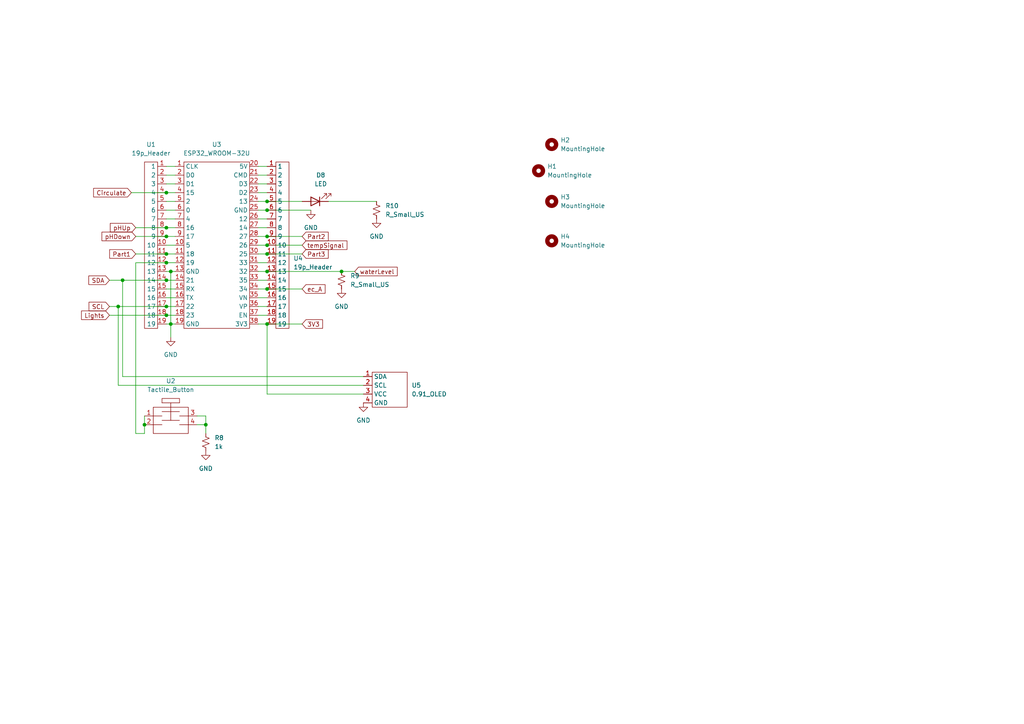
<source format=kicad_sch>
(kicad_sch (version 20211123) (generator eeschema)
  (paper "A4")
  (lib_symbols
    (symbol "Device:LED" (pin_numbers hide) (pin_names (offset 1.016) hide)
      (property "Reference" "D" (at 0 2.54 0))
      (property "Value" "LED" (at 0 -2.54 0))
      (symbol "LED_0_1"
        (polyline (pts (xy -1.27 -1.27) (xy -1.27 1.27)) (stroke (width 0.254)))
        (polyline (pts (xy -1.27 0) (xy 1.27 0)))
        (polyline (pts (xy 1.27 -1.27) (xy 1.27 1.27) (xy -1.27 0) (xy 1.27 -1.27)) (stroke (width 0.254)))
        (polyline (pts (xy -3.048 -0.762) (xy -4.572 -2.286) (xy -3.81 -2.286) (xy -4.572 -2.286) (xy -4.572 -1.524)))
        (polyline (pts (xy -1.778 -0.762) (xy -3.302 -2.286) (xy -2.54 -2.286) (xy -3.302 -2.286) (xy -3.302 -1.524)))
      )
      (symbol "LED_1_1"
        (pin passive line (at -3.81 0 0) (length 2.54) (name "K") (number "1"))
        (pin passive line (at 3.81 0 180) (length 2.54) (name "A") (number "2"))
      )
    )
    (symbol "Device:R_Small_US" (pin_numbers hide) (pin_names (offset 0.254) hide)
      (property "Reference" "R" (at 0.762 0.508 0))
      (property "Value" "R_Small_US" (at 0.762 -1.016 0))
      (symbol "R_Small_US_1_1"
        (polyline (pts (xy 0 0) (xy 1.016 -0.381) (xy 0 -0.762) (xy -1.016 -1.143) (xy 0 -1.524)))
        (polyline (pts (xy 0 1.524) (xy 1.016 1.143) (xy 0 0.762) (xy -1.016 0.381) (xy 0 0)))
        (pin passive line (at 0 2.54 270) (length 1.016) (name "~") (number "1"))
        (pin passive line (at 0 -2.54 90) (length 1.016) (name "~") (number "2"))
      )
    )
    (symbol "Hydro_Library:0.91_OLED"
      (property "Reference" "U" (at 0 11.43 0))
      (property "Value" "0.91_OLED" (at 0 6.35 0))
      (symbol "0.91_OLED_0_1"
        (rectangle (start -5.08 5.08) (end 5.08 -5.08))
      )
      (symbol "0.91_OLED_1_1"
        (pin input line (at -7.62 3.81 0) (length 2.54) (name "SDA") (number "1"))
        (pin input line (at -7.62 1.27 0) (length 2.54) (name "SCL") (number "2"))
        (pin input line (at -7.62 -1.27 0) (length 2.54) (name "VCC") (number "3"))
        (pin input line (at -7.62 -3.81 0) (length 2.54) (name "GND") (number "4"))
      )
    )
    (symbol "Hydro_Library:19p_Header"
      (property "Reference" "U" (at -3.81 2.54 0))
      (property "Value" "19p_Header" (at 1.27 0 0))
      (symbol "19p_Header_0_1"
        (rectangle (start 0 -1.27) (end -3.81 -49.53))
      )
      (symbol "19p_Header_1_1"
        (pin bidirectional line (at 2.54 -2.54 180) (length 2.54) (name "1") (number "1"))
        (pin bidirectional line (at 2.54 -25.4 180) (length 2.54) (name "10") (number "10"))
        (pin bidirectional line (at 2.54 -27.94 180) (length 2.54) (name "11") (number "11"))
        (pin bidirectional line (at 2.54 -30.48 180) (length 2.54) (name "12") (number "12"))
        (pin bidirectional line (at 2.54 -33.02 180) (length 2.54) (name "13") (number "13"))
        (pin bidirectional line (at 2.54 -35.56 180) (length 2.54) (name "14") (number "14"))
        (pin bidirectional line (at 2.54 -38.1 180) (length 2.54) (name "15") (number "15"))
        (pin bidirectional line (at 2.54 -40.64 180) (length 2.54) (name "16") (number "16"))
        (pin bidirectional line (at 2.54 -43.18 180) (length 2.54) (name "17") (number "17"))
        (pin bidirectional line (at 2.54 -45.72 180) (length 2.54) (name "18") (number "18"))
        (pin bidirectional line (at 2.54 -48.26 180) (length 2.54) (name "19") (number "19"))
        (pin bidirectional line (at 2.54 -5.08 180) (length 2.54) (name "2") (number "2"))
        (pin bidirectional line (at 2.54 -7.62 180) (length 2.54) (name "3") (number "3"))
        (pin bidirectional line (at 2.54 -10.16 180) (length 2.54) (name "4") (number "4"))
        (pin bidirectional line (at 2.54 -12.7 180) (length 2.54) (name "5") (number "5"))
        (pin bidirectional line (at 2.54 -15.24 180) (length 2.54) (name "6") (number "6"))
        (pin bidirectional line (at 2.54 -17.78 180) (length 2.54) (name "7") (number "7"))
        (pin bidirectional line (at 2.54 -20.32 180) (length 2.54) (name "8") (number "8"))
        (pin bidirectional line (at 2.54 -22.86 180) (length 2.54) (name "9") (number "9"))
      )
    )
    (symbol "Hydro_Library:ESP32_WROOM-32U"
      (property "Reference" "U1" (at 9.525 5.08 0))
      (property "Value" "ESP32_WROOM-32U" (at 9.525 2.54 0))
      (symbol "ESP32_WROOM-32U_0_1"
        (rectangle (start 0 0) (end 19.05 -48.26))
      )
      (symbol "ESP32_WROOM-32U_1_1"
        (pin bidirectional line (at -2.54 -1.27 0) (length 2.54) (name "CLK") (number "1"))
        (pin bidirectional line (at -2.54 -24.13 0) (length 2.54) (name "5") (number "10"))
        (pin bidirectional line (at -2.54 -26.67 0) (length 2.54) (name "18") (number "11"))
        (pin bidirectional line (at -2.54 -29.21 0) (length 2.54) (name "19") (number "12"))
        (pin bidirectional line (at -2.54 -31.75 0) (length 2.54) (name "GND") (number "13"))
        (pin bidirectional line (at -2.54 -34.29 0) (length 2.54) (name "21") (number "14"))
        (pin bidirectional line (at -2.54 -36.83 0) (length 2.54) (name "RX") (number "15"))
        (pin bidirectional line (at -2.54 -39.37 0) (length 2.54) (name "TX") (number "16"))
        (pin bidirectional line (at -2.54 -41.91 0) (length 2.54) (name "22") (number "17"))
        (pin bidirectional line (at -2.54 -44.45 0) (length 2.54) (name "23") (number "18"))
        (pin bidirectional line (at -2.54 -46.99 0) (length 2.54) (name "GND") (number "19"))
        (pin bidirectional line (at -2.54 -3.81 0) (length 2.54) (name "D0") (number "2"))
        (pin bidirectional line (at 21.59 -1.27 180) (length 2.54) (name "5V") (number "20"))
        (pin bidirectional line (at 21.59 -3.81 180) (length 2.54) (name "CMD") (number "21"))
        (pin bidirectional line (at 21.59 -6.35 180) (length 2.54) (name "D3") (number "22"))
        (pin bidirectional line (at 21.59 -8.89 180) (length 2.54) (name "D2") (number "23"))
        (pin bidirectional line (at 21.59 -11.43 180) (length 2.54) (name "13") (number "24"))
        (pin bidirectional line (at 21.59 -13.97 180) (length 2.54) (name "GND") (number "25"))
        (pin bidirectional line (at 21.59 -16.51 180) (length 2.54) (name "12") (number "26"))
        (pin bidirectional line (at 21.59 -19.05 180) (length 2.54) (name "14") (number "27"))
        (pin bidirectional line (at 21.59 -21.59 180) (length 2.54) (name "27") (number "28"))
        (pin bidirectional line (at 21.59 -24.13 180) (length 2.54) (name "26") (number "29"))
        (pin bidirectional line (at -2.54 -6.35 0) (length 2.54) (name "D1") (number "3"))
        (pin bidirectional line (at 21.59 -26.67 180) (length 2.54) (name "25") (number "30"))
        (pin bidirectional line (at 21.59 -29.21 180) (length 2.54) (name "33") (number "31"))
        (pin bidirectional line (at 21.59 -31.75 180) (length 2.54) (name "32") (number "32"))
        (pin bidirectional line (at 21.59 -34.29 180) (length 2.54) (name "35") (number "33"))
        (pin bidirectional line (at 21.59 -36.83 180) (length 2.54) (name "34") (number "34"))
        (pin bidirectional line (at 21.59 -39.37 180) (length 2.54) (name "VN") (number "35"))
        (pin bidirectional line (at 21.59 -41.91 180) (length 2.54) (name "VP") (number "36"))
        (pin bidirectional line (at 21.59 -44.45 180) (length 2.54) (name "EN") (number "37"))
        (pin bidirectional line (at 21.59 -46.99 180) (length 2.54) (name "3V3") (number "38"))
        (pin bidirectional line (at -2.54 -8.89 0) (length 2.54) (name "15") (number "4"))
        (pin bidirectional line (at -2.54 -11.43 0) (length 2.54) (name "2") (number "5"))
        (pin bidirectional line (at -2.54 -13.97 0) (length 2.54) (name "0") (number "6"))
        (pin bidirectional line (at -2.54 -16.51 0) (length 2.54) (name "4") (number "7"))
        (pin bidirectional line (at -2.54 -19.05 0) (length 2.54) (name "16") (number "8"))
        (pin bidirectional line (at -2.54 -21.59 0) (length 2.54) (name "17") (number "9"))
      )
    )
    (symbol "Hydro_Library:Tactile_Button"
      (property "Reference" "U" (at 0 8.89 0))
      (property "Value" "Tactile_Button" (at 0 6.35 0))
      (symbol "Tactile_Button_0_1"
        (rectangle (start -5.08 1.27) (end 5.08 -6.35))
        (polyline (pts (xy -5.08 -3.81) (xy -2.54 -3.81)))
        (polyline (pts (xy -5.08 -1.27) (xy -2.54 -1.27)))
        (polyline (pts (xy -2.54 -2.54) (xy 2.54 -2.54)))
        (polyline (pts (xy -2.54 0) (xy 2.54 0)))
        (polyline (pts (xy 5.08 -3.81) (xy 2.54 -3.81)))
        (polyline (pts (xy 5.08 -1.27) (xy 2.54 -1.27)))
        (polyline (pts (xy -2.54 2.54) (xy -2.54 3.81) (xy 2.54 3.81) (xy 2.54 2.54)))
        (polyline (pts (xy 0 -2.54) (xy 0 2.54) (xy -2.54 2.54) (xy 2.54 2.54)))
      )
      (symbol "Tactile_Button_1_1"
        (pin input line (at -7.62 -1.27 0) (length 2.54) (name "") (number "1"))
        (pin input line (at -7.62 -3.81 0) (length 2.54) (name "") (number "2"))
        (pin input line (at 7.62 -1.27 180) (length 2.54) (name "") (number "3"))
        (pin input line (at 7.62 -3.81 180) (length 2.54) (name "") (number "4"))
      )
    )
    (symbol "Mechanical:MountingHole" (pin_names (offset 1.016))
      (property "Reference" "H" (at 0 5.08 0))
      (property "Value" "MountingHole" (at 0 3.175 0))
      (symbol "MountingHole_0_1"
        (circle (center 0 0) (radius 1.27) (stroke (width 1.27)))
      )
    )
    (symbol "power:GND" (power) (pin_names (offset 0))
      (property "Value" "GND" (at 0 -3.81 0))
      (symbol "GND_0_1"
        (polyline (pts (xy 0 0) (xy 0 -1.27) (xy 1.27 -1.27) (xy 0 -2.54) (xy -1.27 -1.27) (xy 0 -1.27)))
      )
      (symbol "GND_1_1"
        (pin power_in line (at 0 0 270) (length 0) hide (name "GND") (number "1"))
      )
    )
  )
  (junction (at 48.26 81.28))
  (junction (at 77.47 83.82))
  (junction (at 41.91 123.19))
  (junction (at 48.26 88.9))
  (junction (at 49.53 78.74))
  (junction (at 35.56 81.28))
  (junction (at 77.47 78.74))
  (junction (at 49.53 93.98))
  (junction (at 48.26 68.58))
  (junction (at 48.26 76.2))
  (junction (at 48.26 66.04))
  (junction (at 77.47 60.96))
  (junction (at 48.26 73.66))
  (junction (at 77.47 93.98))
  (junction (at 77.47 71.12))
  (junction (at 48.26 55.88))
  (junction (at 34.29 88.9))
  (junction (at 48.26 91.44))
  (junction (at 99.06 78.74))
  (junction (at 59.69 123.19))
  (junction (at 77.47 68.58))
  (junction (at 77.47 73.66))
  (junction (at 77.47 58.42))
  (wire (pts (xy 99.06 78.74) (xy 102.87 78.74)))
  (wire (pts (xy 48.26 71.12) (xy 50.8 71.12)))
  (wire (pts (xy 77.47 58.42) (xy 74.93 58.42)))
  (wire (pts (xy 49.53 78.74) (xy 49.53 93.98)))
  (wire (pts (xy 35.56 109.22) (xy 105.41 109.22)))
  (wire (pts (xy 34.29 88.9) (xy 34.29 111.76)))
  (wire (pts (xy 77.47 76.2) (xy 74.93 76.2)))
  (wire (pts (xy 77.47 50.8) (xy 74.93 50.8)))
  (wire (pts (xy 48.26 66.04) (xy 50.8 66.04)))
  (wire (pts (xy 49.53 93.98) (xy 49.53 97.79)))
  (wire (pts (xy 77.47 48.26) (xy 74.93 48.26)))
  (wire (pts (xy 34.29 88.9) (xy 48.26 88.9)))
  (wire (pts (xy 39.37 68.58) (xy 48.26 68.58)))
  (wire (pts (xy 35.56 81.28) (xy 35.56 109.22)))
  (wire (pts (xy 87.63 58.42) (xy 77.47 58.42)))
  (wire (pts (xy 48.26 63.5) (xy 50.8 63.5)))
  (wire (pts (xy 48.26 86.36) (xy 50.8 86.36)))
  (wire (pts (xy 48.26 55.88) (xy 50.8 55.88)))
  (wire (pts (xy 77.47 71.12) (xy 74.93 71.12)))
  (wire (pts (xy 48.26 88.9) (xy 50.8 88.9)))
  (wire (pts (xy 48.26 53.34) (xy 50.8 53.34)))
  (wire (pts (xy 49.53 93.98) (xy 50.8 93.98)))
  (wire (pts (xy 48.26 68.58) (xy 50.8 68.58)))
  (wire (pts (xy 39.37 76.2) (xy 39.37 125.73)))
  (wire (pts (xy 41.91 123.19) (xy 41.91 125.73)))
  (wire (pts (xy 39.37 76.2) (xy 48.26 76.2)))
  (wire (pts (xy 77.47 78.74) (xy 99.06 78.74)))
  (wire (pts (xy 31.75 81.28) (xy 35.56 81.28)))
  (wire (pts (xy 77.47 86.36) (xy 74.93 86.36)))
  (wire (pts (xy 87.63 68.58) (xy 77.47 68.58)))
  (wire (pts (xy 57.15 123.19) (xy 59.69 123.19)))
  (wire (pts (xy 77.47 55.88) (xy 74.93 55.88)))
  (wire (pts (xy 48.26 83.82) (xy 50.8 83.82)))
  (wire (pts (xy 48.26 60.96) (xy 50.8 60.96)))
  (wire (pts (xy 59.69 120.65) (xy 59.69 123.19)))
  (wire (pts (xy 74.93 60.96) (xy 77.47 60.96)))
  (wire (pts (xy 48.26 93.98) (xy 49.53 93.98)))
  (wire (pts (xy 77.47 81.28) (xy 74.93 81.28)))
  (wire (pts (xy 35.56 81.28) (xy 48.26 81.28)))
  (wire (pts (xy 48.26 50.8) (xy 50.8 50.8)))
  (wire (pts (xy 48.26 76.2) (xy 50.8 76.2)))
  (wire (pts (xy 31.75 91.44) (xy 48.26 91.44)))
  (wire (pts (xy 77.47 83.82) (xy 74.93 83.82)))
  (wire (pts (xy 39.37 73.66) (xy 48.26 73.66)))
  (wire (pts (xy 77.47 78.74) (xy 74.93 78.74)))
  (wire (pts (xy 77.47 73.66) (xy 74.93 73.66)))
  (wire (pts (xy 57.15 120.65) (xy 59.69 120.65)))
  (wire (pts (xy 31.75 88.9) (xy 34.29 88.9)))
  (wire (pts (xy 77.47 93.98) (xy 77.47 114.3)))
  (wire (pts (xy 77.47 83.82) (xy 87.63 83.82)))
  (wire (pts (xy 49.53 78.74) (xy 50.8 78.74)))
  (wire (pts (xy 48.26 58.42) (xy 50.8 58.42)))
  (wire (pts (xy 59.69 123.19) (xy 59.69 125.73)))
  (wire (pts (xy 48.26 91.44) (xy 50.8 91.44)))
  (wire (pts (xy 48.26 78.74) (xy 49.53 78.74)))
  (wire (pts (xy 39.37 66.04) (xy 48.26 66.04)))
  (wire (pts (xy 77.47 68.58) (xy 74.93 68.58)))
  (wire (pts (xy 48.26 81.28) (xy 50.8 81.28)))
  (wire (pts (xy 77.47 91.44) (xy 74.93 91.44)))
  (wire (pts (xy 41.91 120.65) (xy 41.91 123.19)))
  (wire (pts (xy 38.1 55.88) (xy 48.26 55.88)))
  (wire (pts (xy 77.47 114.3) (xy 105.41 114.3)))
  (wire (pts (xy 77.47 93.98) (xy 74.93 93.98)))
  (wire (pts (xy 77.47 66.04) (xy 74.93 66.04)))
  (wire (pts (xy 77.47 63.5) (xy 74.93 63.5)))
  (wire (pts (xy 109.22 58.42) (xy 95.25 58.42)))
  (wire (pts (xy 77.47 53.34) (xy 74.93 53.34)))
  (wire (pts (xy 41.91 125.73) (xy 39.37 125.73)))
  (wire (pts (xy 87.63 73.66) (xy 77.47 73.66)))
  (wire (pts (xy 48.26 48.26) (xy 50.8 48.26)))
  (wire (pts (xy 34.29 111.76) (xy 105.41 111.76)))
  (wire (pts (xy 77.47 60.96) (xy 90.17 60.96)))
  (wire (pts (xy 77.47 93.98) (xy 87.63 93.98)))
  (wire (pts (xy 48.26 73.66) (xy 50.8 73.66)))
  (wire (pts (xy 87.63 71.12) (xy 77.47 71.12)))
  (wire (pts (xy 77.47 88.9) (xy 74.93 88.9)))
  (global_label "ec_A" (shape input) (at 87.63 83.82 0) (property "Intersheet References" "${INTERSHEET_REFS}" (effects hide)))
  (global_label "pHUp" (shape input) (at 39.37 66.04 180) (property "Intersheet References" "${INTERSHEET_REFS}" (effects hide)))
  (global_label "Part1" (shape input) (at 39.37 73.66 180) (property "Intersheet References" "${INTERSHEET_REFS}" (effects hide)))
  (global_label "Lights" (shape input) (at 31.75 91.44 180) (property "Intersheet References" "${INTERSHEET_REFS}" (effects hide)))
  (global_label "pHDown" (shape input) (at 39.37 68.58 180) (property "Intersheet References" "${INTERSHEET_REFS}" (effects hide)))
  (global_label "Part2" (shape input) (at 87.63 68.58 0) (property "Intersheet References" "${INTERSHEET_REFS}" (effects hide)))
  (global_label "Part3" (shape input) (at 87.63 73.66 0) (property "Intersheet References" "${INTERSHEET_REFS}" (effects hide)))
  (global_label "waterLevel" (shape input) (at 102.87 78.74 0) (property "Intersheet References" "${INTERSHEET_REFS}" (effects hide)))
  (global_label "tempSignal" (shape input) (at 87.63 71.12 0) (property "Intersheet References" "${INTERSHEET_REFS}" (effects hide)))
  (global_label "SDA" (shape input) (at 31.75 81.28 180) (property "Intersheet References" "${INTERSHEET_REFS}" (effects hide)))
  (global_label "Circulate" (shape input) (at 38.1 55.88 180) (property "Intersheet References" "${INTERSHEET_REFS}" (effects hide)))
  (global_label "3V3" (shape input) (at 87.63 93.98 0) (property "Intersheet References" "${INTERSHEET_REFS}" (effects hide)))
  (global_label "SCL" (shape input) (at 31.75 88.9 180) (property "Intersheet References" "${INTERSHEET_REFS}" (effects hide)))
  (symbol (lib_id "Device:R_Small_US") (at 59.69 128.27 0) (unit 1)
    (property "Reference" "R8" (at 62.23 126.9999 0) (effects (justify left)))
    (property "Value" "1k" (at 62.23 129.5399 0) (effects (justify left)))
    (property "Footprint" "Resistor_THT:R_Axial_DIN0204_L3.6mm_D1.6mm_P7.62mm_Horizontal" (effects hide))
  )
  (symbol (lib_id "Hydro_Library:19p_Header") (at 45.72 45.72 0) (unit 1)
    (property "Reference" "U1" (at 43.815 41.91 0))
    (property "Value" "19p_Header" (at 43.815 44.45 0))
    (property "Footprint" "Hydro:19p Header" (effects hide))
  )
  (symbol (lib_id "power:GND") (at 59.69 130.81 0) (unit 1)
    (property "Reference" "#PWR016" (effects hide))
    (property "Value" "GND" (at 59.69 135.89 0))
  )
  (symbol (lib_id "Hydro_Library:Tactile_Button") (at 49.53 119.38 0) (unit 1)
    (property "Reference" "U2" (at 49.53 110.49 0))
    (property "Value" "Tactile_Button" (at 49.53 113.03 0))
    (property "Footprint" "Hydro:Tactile_Button" (effects hide))
  )
  (symbol (lib_id "Mechanical:MountingHole") (at 160.02 69.85 0) (unit 1)
    (property "Reference" "H4" (at 162.56 68.5799 0) (effects (justify left)))
    (property "Value" "MountingHole" (at 162.56 71.1199 0) (effects (justify left)))
    (property "Footprint" "Hydro:Mounting Hole" (effects hide))
  )
  (symbol (lib_id "power:GND") (at 109.22 63.5 0) (unit 1)
    (property "Reference" "#PWR020" (effects hide))
    (property "Value" "GND" (at 109.22 68.58 0))
  )
  (symbol (lib_id "Device:R_Small_US") (at 109.22 60.96 0) (unit 1)
    (property "Reference" "R10" (at 111.76 59.6899 0) (effects (justify left)))
    (property "Value" "R_Small_US" (at 111.76 62.2299 0) (effects (justify left)))
    (property "Footprint" "Resistor_THT:R_Axial_DIN0204_L3.6mm_D1.6mm_P7.62mm_Horizontal" (effects hide))
  )
  (symbol (lib_id "Device:LED") (at 91.44 58.42 180) (unit 1)
    (property "Reference" "D8" (at 93.0275 50.8 0))
    (property "Value" "LED" (at 93.0275 53.34 0))
    (property "Footprint" "LED_THT:LED_D5.0mm" (effects hide))
  )
  (symbol (lib_id "Mechanical:MountingHole") (at 156.21 49.53 0) (unit 1)
    (property "Reference" "H1" (at 158.75 48.2599 0) (effects (justify left)))
    (property "Value" "MountingHole" (at 158.75 50.7999 0) (effects (justify left)))
    (property "Footprint" "Hydro:Mounting Hole" (effects hide))
  )
  (symbol (lib_id "power:GND") (at 90.17 60.96 0) (unit 1)
    (property "Reference" "#PWR017" (effects hide))
    (property "Value" "GND" (at 90.17 66.04 0))
  )
  (symbol (lib_id "Mechanical:MountingHole") (at 160.02 58.42 0) (unit 1)
    (property "Reference" "H3" (at 162.56 57.1499 0) (effects (justify left)))
    (property "Value" "MountingHole" (at 162.56 59.6899 0) (effects (justify left)))
    (property "Footprint" "Hydro:Mounting Hole" (effects hide))
  )
  (symbol (lib_id "Hydro_Library:0.91_OLED") (at 113.03 113.03 0) (unit 1)
    (property "Reference" "U5" (at 119.38 111.7599 0) (effects (justify left)))
    (property "Value" "0.91_OLED" (at 119.38 114.2999 0) (effects (justify left)))
    (property "Footprint" "Hydro:0.91 OLED" (effects hide))
  )
  (symbol (lib_id "Hydro_Library:ESP32_WROOM-32U") (at 53.34 46.99 0) (unit 1)
    (property "Reference" "U3" (at 62.865 41.91 0))
    (property "Value" "ESP32_WROOM-32U" (at 62.865 44.45 0))
    (property "Footprint" "Hydro:ESP32-WROOM-32U" (effects hide))
  )
  (symbol (lib_id "Device:R_Small_US") (at 99.06 81.28 0) (unit 1)
    (property "Reference" "R9" (at 101.6 80.0099 0) (effects (justify left)))
    (property "Value" "R_Small_US" (at 101.6 82.5499 0) (effects (justify left)))
    (property "Footprint" "Resistor_THT:R_Axial_DIN0204_L3.6mm_D1.6mm_P7.62mm_Horizontal" (effects hide))
  )
  (symbol (lib_id "power:GND") (at 99.06 83.82 0) (unit 1)
    (property "Reference" "#PWR018" (effects hide))
    (property "Value" "GND" (at 99.06 88.9 0))
  )
  (symbol (lib_id "power:GND") (at 105.41 116.84 0) (unit 1)
    (property "Reference" "#PWR019" (effects hide))
    (property "Value" "GND" (at 105.41 121.92 0))
  )
  (symbol (lib_id "Hydro_Library:19p_Header") (at 80.01 45.72 0) (mirror y) (unit 1)
    (property "Reference" "U4" (at 85.09 74.93 0) (effects (justify right)))
    (property "Value" "19p_Header" (at 85.09 77.47 0) (effects (justify right)))
    (property "Footprint" "Hydro:19p Header" (effects hide))
  )
  (symbol (lib_id "Mechanical:MountingHole") (at 160.02 41.91 0) (unit 1)
    (property "Reference" "H2" (at 162.56 40.6399 0) (effects (justify left)))
    (property "Value" "MountingHole" (at 162.56 43.1799 0) (effects (justify left)))
    (property "Footprint" "Hydro:Mounting Hole" (effects hide))
  )
  (symbol (lib_id "power:GND") (at 49.53 97.79 0) (unit 1)
    (property "Reference" "#PWR015" (effects hide))
    (property "Value" "GND" (at 49.53 102.87 0))
  )
)
</source>
